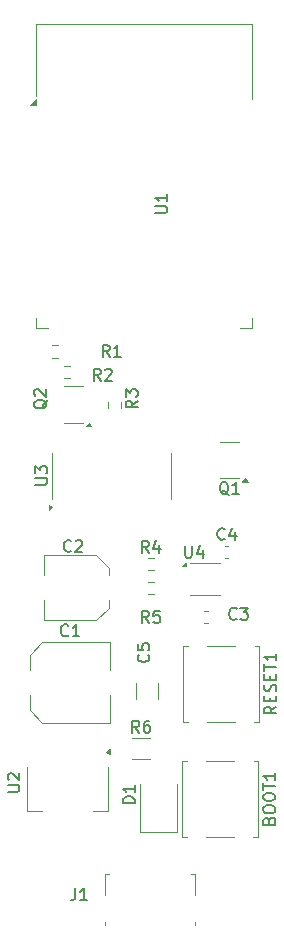
<source format=gbr>
%TF.GenerationSoftware,KiCad,Pcbnew,8.0.5*%
%TF.CreationDate,2024-11-01T20:02:56+05:30*%
%TF.ProjectId,ESP32 with sensor,45535033-3220-4776-9974-682073656e73,rev?*%
%TF.SameCoordinates,Original*%
%TF.FileFunction,Legend,Top*%
%TF.FilePolarity,Positive*%
%FSLAX46Y46*%
G04 Gerber Fmt 4.6, Leading zero omitted, Abs format (unit mm)*
G04 Created by KiCad (PCBNEW 8.0.5) date 2024-11-01 20:02:56*
%MOMM*%
%LPD*%
G01*
G04 APERTURE LIST*
%ADD10C,0.150000*%
%ADD11C,0.120000*%
G04 APERTURE END LIST*
D10*
X127951213Y-133822699D02*
X127617880Y-133346508D01*
X127379785Y-133822699D02*
X127379785Y-132822699D01*
X127379785Y-132822699D02*
X127760737Y-132822699D01*
X127760737Y-132822699D02*
X127855975Y-132870318D01*
X127855975Y-132870318D02*
X127903594Y-132917937D01*
X127903594Y-132917937D02*
X127951213Y-133013175D01*
X127951213Y-133013175D02*
X127951213Y-133156032D01*
X127951213Y-133156032D02*
X127903594Y-133251270D01*
X127903594Y-133251270D02*
X127855975Y-133298889D01*
X127855975Y-133298889D02*
X127760737Y-133346508D01*
X127760737Y-133346508D02*
X127379785Y-133346508D01*
X128903594Y-133822699D02*
X128332166Y-133822699D01*
X128617880Y-133822699D02*
X128617880Y-132822699D01*
X128617880Y-132822699D02*
X128522642Y-132965556D01*
X128522642Y-132965556D02*
X128427404Y-133060794D01*
X128427404Y-133060794D02*
X128332166Y-133108413D01*
X127201213Y-135822699D02*
X126867880Y-135346508D01*
X126629785Y-135822699D02*
X126629785Y-134822699D01*
X126629785Y-134822699D02*
X127010737Y-134822699D01*
X127010737Y-134822699D02*
X127105975Y-134870318D01*
X127105975Y-134870318D02*
X127153594Y-134917937D01*
X127153594Y-134917937D02*
X127201213Y-135013175D01*
X127201213Y-135013175D02*
X127201213Y-135156032D01*
X127201213Y-135156032D02*
X127153594Y-135251270D01*
X127153594Y-135251270D02*
X127105975Y-135298889D01*
X127105975Y-135298889D02*
X127010737Y-135346508D01*
X127010737Y-135346508D02*
X126629785Y-135346508D01*
X127582166Y-134917937D02*
X127629785Y-134870318D01*
X127629785Y-134870318D02*
X127725023Y-134822699D01*
X127725023Y-134822699D02*
X127963118Y-134822699D01*
X127963118Y-134822699D02*
X128058356Y-134870318D01*
X128058356Y-134870318D02*
X128105975Y-134917937D01*
X128105975Y-134917937D02*
X128153594Y-135013175D01*
X128153594Y-135013175D02*
X128153594Y-135108413D01*
X128153594Y-135108413D02*
X128105975Y-135251270D01*
X128105975Y-135251270D02*
X127534547Y-135822699D01*
X127534547Y-135822699D02*
X128153594Y-135822699D01*
X138022641Y-145495437D02*
X137927403Y-145447818D01*
X137927403Y-145447818D02*
X137832165Y-145352580D01*
X137832165Y-145352580D02*
X137689308Y-145209722D01*
X137689308Y-145209722D02*
X137594070Y-145162103D01*
X137594070Y-145162103D02*
X137498832Y-145162103D01*
X137546451Y-145400199D02*
X137451213Y-145352580D01*
X137451213Y-145352580D02*
X137355975Y-145257341D01*
X137355975Y-145257341D02*
X137308356Y-145066865D01*
X137308356Y-145066865D02*
X137308356Y-144733532D01*
X137308356Y-144733532D02*
X137355975Y-144543056D01*
X137355975Y-144543056D02*
X137451213Y-144447818D01*
X137451213Y-144447818D02*
X137546451Y-144400199D01*
X137546451Y-144400199D02*
X137736927Y-144400199D01*
X137736927Y-144400199D02*
X137832165Y-144447818D01*
X137832165Y-144447818D02*
X137927403Y-144543056D01*
X137927403Y-144543056D02*
X137975022Y-144733532D01*
X137975022Y-144733532D02*
X137975022Y-145066865D01*
X137975022Y-145066865D02*
X137927403Y-145257341D01*
X137927403Y-145257341D02*
X137832165Y-145352580D01*
X137832165Y-145352580D02*
X137736927Y-145400199D01*
X137736927Y-145400199D02*
X137546451Y-145400199D01*
X138927403Y-145400199D02*
X138355975Y-145400199D01*
X138641689Y-145400199D02*
X138641689Y-144400199D01*
X138641689Y-144400199D02*
X138546451Y-144543056D01*
X138546451Y-144543056D02*
X138451213Y-144638294D01*
X138451213Y-144638294D02*
X138355975Y-144685913D01*
X124701213Y-150227460D02*
X124653594Y-150275080D01*
X124653594Y-150275080D02*
X124510737Y-150322699D01*
X124510737Y-150322699D02*
X124415499Y-150322699D01*
X124415499Y-150322699D02*
X124272642Y-150275080D01*
X124272642Y-150275080D02*
X124177404Y-150179841D01*
X124177404Y-150179841D02*
X124129785Y-150084603D01*
X124129785Y-150084603D02*
X124082166Y-149894127D01*
X124082166Y-149894127D02*
X124082166Y-149751270D01*
X124082166Y-149751270D02*
X124129785Y-149560794D01*
X124129785Y-149560794D02*
X124177404Y-149465556D01*
X124177404Y-149465556D02*
X124272642Y-149370318D01*
X124272642Y-149370318D02*
X124415499Y-149322699D01*
X124415499Y-149322699D02*
X124510737Y-149322699D01*
X124510737Y-149322699D02*
X124653594Y-149370318D01*
X124653594Y-149370318D02*
X124701213Y-149417937D01*
X125082166Y-149417937D02*
X125129785Y-149370318D01*
X125129785Y-149370318D02*
X125225023Y-149322699D01*
X125225023Y-149322699D02*
X125463118Y-149322699D01*
X125463118Y-149322699D02*
X125558356Y-149370318D01*
X125558356Y-149370318D02*
X125605975Y-149417937D01*
X125605975Y-149417937D02*
X125653594Y-149513175D01*
X125653594Y-149513175D02*
X125653594Y-149608413D01*
X125653594Y-149608413D02*
X125605975Y-149751270D01*
X125605975Y-149751270D02*
X125034547Y-150322699D01*
X125034547Y-150322699D02*
X125653594Y-150322699D01*
X138701213Y-155977460D02*
X138653594Y-156025080D01*
X138653594Y-156025080D02*
X138510737Y-156072699D01*
X138510737Y-156072699D02*
X138415499Y-156072699D01*
X138415499Y-156072699D02*
X138272642Y-156025080D01*
X138272642Y-156025080D02*
X138177404Y-155929841D01*
X138177404Y-155929841D02*
X138129785Y-155834603D01*
X138129785Y-155834603D02*
X138082166Y-155644127D01*
X138082166Y-155644127D02*
X138082166Y-155501270D01*
X138082166Y-155501270D02*
X138129785Y-155310794D01*
X138129785Y-155310794D02*
X138177404Y-155215556D01*
X138177404Y-155215556D02*
X138272642Y-155120318D01*
X138272642Y-155120318D02*
X138415499Y-155072699D01*
X138415499Y-155072699D02*
X138510737Y-155072699D01*
X138510737Y-155072699D02*
X138653594Y-155120318D01*
X138653594Y-155120318D02*
X138701213Y-155167937D01*
X139034547Y-155072699D02*
X139653594Y-155072699D01*
X139653594Y-155072699D02*
X139320261Y-155453651D01*
X139320261Y-155453651D02*
X139463118Y-155453651D01*
X139463118Y-155453651D02*
X139558356Y-155501270D01*
X139558356Y-155501270D02*
X139605975Y-155548889D01*
X139605975Y-155548889D02*
X139653594Y-155644127D01*
X139653594Y-155644127D02*
X139653594Y-155882222D01*
X139653594Y-155882222D02*
X139605975Y-155977460D01*
X139605975Y-155977460D02*
X139558356Y-156025080D01*
X139558356Y-156025080D02*
X139463118Y-156072699D01*
X139463118Y-156072699D02*
X139177404Y-156072699D01*
X139177404Y-156072699D02*
X139082166Y-156025080D01*
X139082166Y-156025080D02*
X139034547Y-155977460D01*
X121672699Y-144629784D02*
X122482222Y-144629784D01*
X122482222Y-144629784D02*
X122577460Y-144582165D01*
X122577460Y-144582165D02*
X122625080Y-144534546D01*
X122625080Y-144534546D02*
X122672699Y-144439308D01*
X122672699Y-144439308D02*
X122672699Y-144248832D01*
X122672699Y-144248832D02*
X122625080Y-144153594D01*
X122625080Y-144153594D02*
X122577460Y-144105975D01*
X122577460Y-144105975D02*
X122482222Y-144058356D01*
X122482222Y-144058356D02*
X121672699Y-144058356D01*
X121672699Y-143677403D02*
X121672699Y-143058356D01*
X121672699Y-143058356D02*
X122053651Y-143391689D01*
X122053651Y-143391689D02*
X122053651Y-143248832D01*
X122053651Y-143248832D02*
X122101270Y-143153594D01*
X122101270Y-143153594D02*
X122148889Y-143105975D01*
X122148889Y-143105975D02*
X122244127Y-143058356D01*
X122244127Y-143058356D02*
X122482222Y-143058356D01*
X122482222Y-143058356D02*
X122577460Y-143105975D01*
X122577460Y-143105975D02*
X122625080Y-143153594D01*
X122625080Y-143153594D02*
X122672699Y-143248832D01*
X122672699Y-143248832D02*
X122672699Y-143534546D01*
X122672699Y-143534546D02*
X122625080Y-143629784D01*
X122625080Y-143629784D02*
X122577460Y-143677403D01*
X125034546Y-178822699D02*
X125034546Y-179536984D01*
X125034546Y-179536984D02*
X124986927Y-179679841D01*
X124986927Y-179679841D02*
X124891689Y-179775080D01*
X124891689Y-179775080D02*
X124748832Y-179822699D01*
X124748832Y-179822699D02*
X124653594Y-179822699D01*
X126034546Y-179822699D02*
X125463118Y-179822699D01*
X125748832Y-179822699D02*
X125748832Y-178822699D01*
X125748832Y-178822699D02*
X125653594Y-178965556D01*
X125653594Y-178965556D02*
X125558356Y-179060794D01*
X125558356Y-179060794D02*
X125463118Y-179108413D01*
X142062699Y-163426451D02*
X141586508Y-163759784D01*
X142062699Y-163997879D02*
X141062699Y-163997879D01*
X141062699Y-163997879D02*
X141062699Y-163616927D01*
X141062699Y-163616927D02*
X141110318Y-163521689D01*
X141110318Y-163521689D02*
X141157937Y-163474070D01*
X141157937Y-163474070D02*
X141253175Y-163426451D01*
X141253175Y-163426451D02*
X141396032Y-163426451D01*
X141396032Y-163426451D02*
X141491270Y-163474070D01*
X141491270Y-163474070D02*
X141538889Y-163521689D01*
X141538889Y-163521689D02*
X141586508Y-163616927D01*
X141586508Y-163616927D02*
X141586508Y-163997879D01*
X141538889Y-162997879D02*
X141538889Y-162664546D01*
X142062699Y-162521689D02*
X142062699Y-162997879D01*
X142062699Y-162997879D02*
X141062699Y-162997879D01*
X141062699Y-162997879D02*
X141062699Y-162521689D01*
X142015080Y-162140736D02*
X142062699Y-161997879D01*
X142062699Y-161997879D02*
X142062699Y-161759784D01*
X142062699Y-161759784D02*
X142015080Y-161664546D01*
X142015080Y-161664546D02*
X141967460Y-161616927D01*
X141967460Y-161616927D02*
X141872222Y-161569308D01*
X141872222Y-161569308D02*
X141776984Y-161569308D01*
X141776984Y-161569308D02*
X141681746Y-161616927D01*
X141681746Y-161616927D02*
X141634127Y-161664546D01*
X141634127Y-161664546D02*
X141586508Y-161759784D01*
X141586508Y-161759784D02*
X141538889Y-161950260D01*
X141538889Y-161950260D02*
X141491270Y-162045498D01*
X141491270Y-162045498D02*
X141443651Y-162093117D01*
X141443651Y-162093117D02*
X141348413Y-162140736D01*
X141348413Y-162140736D02*
X141253175Y-162140736D01*
X141253175Y-162140736D02*
X141157937Y-162093117D01*
X141157937Y-162093117D02*
X141110318Y-162045498D01*
X141110318Y-162045498D02*
X141062699Y-161950260D01*
X141062699Y-161950260D02*
X141062699Y-161712165D01*
X141062699Y-161712165D02*
X141110318Y-161569308D01*
X141538889Y-161140736D02*
X141538889Y-160807403D01*
X142062699Y-160664546D02*
X142062699Y-161140736D01*
X142062699Y-161140736D02*
X141062699Y-161140736D01*
X141062699Y-161140736D02*
X141062699Y-160664546D01*
X141062699Y-160378831D02*
X141062699Y-159807403D01*
X142062699Y-160093117D02*
X141062699Y-160093117D01*
X142062699Y-158950260D02*
X142062699Y-159521688D01*
X142062699Y-159235974D02*
X141062699Y-159235974D01*
X141062699Y-159235974D02*
X141205556Y-159331212D01*
X141205556Y-159331212D02*
X141300794Y-159426450D01*
X141300794Y-159426450D02*
X141348413Y-159521688D01*
X130322699Y-137534546D02*
X129846508Y-137867879D01*
X130322699Y-138105974D02*
X129322699Y-138105974D01*
X129322699Y-138105974D02*
X129322699Y-137725022D01*
X129322699Y-137725022D02*
X129370318Y-137629784D01*
X129370318Y-137629784D02*
X129417937Y-137582165D01*
X129417937Y-137582165D02*
X129513175Y-137534546D01*
X129513175Y-137534546D02*
X129656032Y-137534546D01*
X129656032Y-137534546D02*
X129751270Y-137582165D01*
X129751270Y-137582165D02*
X129798889Y-137629784D01*
X129798889Y-137629784D02*
X129846508Y-137725022D01*
X129846508Y-137725022D02*
X129846508Y-138105974D01*
X129322699Y-137201212D02*
X129322699Y-136582165D01*
X129322699Y-136582165D02*
X129703651Y-136915498D01*
X129703651Y-136915498D02*
X129703651Y-136772641D01*
X129703651Y-136772641D02*
X129751270Y-136677403D01*
X129751270Y-136677403D02*
X129798889Y-136629784D01*
X129798889Y-136629784D02*
X129894127Y-136582165D01*
X129894127Y-136582165D02*
X130132222Y-136582165D01*
X130132222Y-136582165D02*
X130227460Y-136629784D01*
X130227460Y-136629784D02*
X130275080Y-136677403D01*
X130275080Y-136677403D02*
X130322699Y-136772641D01*
X130322699Y-136772641D02*
X130322699Y-137058355D01*
X130322699Y-137058355D02*
X130275080Y-137153593D01*
X130275080Y-137153593D02*
X130227460Y-137201212D01*
X122667937Y-137463118D02*
X122620318Y-137558356D01*
X122620318Y-137558356D02*
X122525080Y-137653594D01*
X122525080Y-137653594D02*
X122382222Y-137796451D01*
X122382222Y-137796451D02*
X122334603Y-137891689D01*
X122334603Y-137891689D02*
X122334603Y-137986927D01*
X122572699Y-137939308D02*
X122525080Y-138034546D01*
X122525080Y-138034546D02*
X122429841Y-138129784D01*
X122429841Y-138129784D02*
X122239365Y-138177403D01*
X122239365Y-138177403D02*
X121906032Y-138177403D01*
X121906032Y-138177403D02*
X121715556Y-138129784D01*
X121715556Y-138129784D02*
X121620318Y-138034546D01*
X121620318Y-138034546D02*
X121572699Y-137939308D01*
X121572699Y-137939308D02*
X121572699Y-137748832D01*
X121572699Y-137748832D02*
X121620318Y-137653594D01*
X121620318Y-137653594D02*
X121715556Y-137558356D01*
X121715556Y-137558356D02*
X121906032Y-137510737D01*
X121906032Y-137510737D02*
X122239365Y-137510737D01*
X122239365Y-137510737D02*
X122429841Y-137558356D01*
X122429841Y-137558356D02*
X122525080Y-137653594D01*
X122525080Y-137653594D02*
X122572699Y-137748832D01*
X122572699Y-137748832D02*
X122572699Y-137939308D01*
X121667937Y-137129784D02*
X121620318Y-137082165D01*
X121620318Y-137082165D02*
X121572699Y-136986927D01*
X121572699Y-136986927D02*
X121572699Y-136748832D01*
X121572699Y-136748832D02*
X121620318Y-136653594D01*
X121620318Y-136653594D02*
X121667937Y-136605975D01*
X121667937Y-136605975D02*
X121763175Y-136558356D01*
X121763175Y-136558356D02*
X121858413Y-136558356D01*
X121858413Y-136558356D02*
X122001270Y-136605975D01*
X122001270Y-136605975D02*
X122572699Y-137177403D01*
X122572699Y-137177403D02*
X122572699Y-136558356D01*
X131227460Y-159034546D02*
X131275080Y-159082165D01*
X131275080Y-159082165D02*
X131322699Y-159225022D01*
X131322699Y-159225022D02*
X131322699Y-159320260D01*
X131322699Y-159320260D02*
X131275080Y-159463117D01*
X131275080Y-159463117D02*
X131179841Y-159558355D01*
X131179841Y-159558355D02*
X131084603Y-159605974D01*
X131084603Y-159605974D02*
X130894127Y-159653593D01*
X130894127Y-159653593D02*
X130751270Y-159653593D01*
X130751270Y-159653593D02*
X130560794Y-159605974D01*
X130560794Y-159605974D02*
X130465556Y-159558355D01*
X130465556Y-159558355D02*
X130370318Y-159463117D01*
X130370318Y-159463117D02*
X130322699Y-159320260D01*
X130322699Y-159320260D02*
X130322699Y-159225022D01*
X130322699Y-159225022D02*
X130370318Y-159082165D01*
X130370318Y-159082165D02*
X130417937Y-159034546D01*
X130322699Y-158129784D02*
X130322699Y-158605974D01*
X130322699Y-158605974D02*
X130798889Y-158653593D01*
X130798889Y-158653593D02*
X130751270Y-158605974D01*
X130751270Y-158605974D02*
X130703651Y-158510736D01*
X130703651Y-158510736D02*
X130703651Y-158272641D01*
X130703651Y-158272641D02*
X130751270Y-158177403D01*
X130751270Y-158177403D02*
X130798889Y-158129784D01*
X130798889Y-158129784D02*
X130894127Y-158082165D01*
X130894127Y-158082165D02*
X131132222Y-158082165D01*
X131132222Y-158082165D02*
X131227460Y-158129784D01*
X131227460Y-158129784D02*
X131275080Y-158177403D01*
X131275080Y-158177403D02*
X131322699Y-158272641D01*
X131322699Y-158272641D02*
X131322699Y-158510736D01*
X131322699Y-158510736D02*
X131275080Y-158605974D01*
X131275080Y-158605974D02*
X131227460Y-158653593D01*
X134355975Y-149822699D02*
X134355975Y-150632222D01*
X134355975Y-150632222D02*
X134403594Y-150727460D01*
X134403594Y-150727460D02*
X134451213Y-150775080D01*
X134451213Y-150775080D02*
X134546451Y-150822699D01*
X134546451Y-150822699D02*
X134736927Y-150822699D01*
X134736927Y-150822699D02*
X134832165Y-150775080D01*
X134832165Y-150775080D02*
X134879784Y-150727460D01*
X134879784Y-150727460D02*
X134927403Y-150632222D01*
X134927403Y-150632222D02*
X134927403Y-149822699D01*
X135832165Y-150156032D02*
X135832165Y-150822699D01*
X135594070Y-149775080D02*
X135355975Y-150489365D01*
X135355975Y-150489365D02*
X135975022Y-150489365D01*
X130451213Y-165632699D02*
X130117880Y-165156508D01*
X129879785Y-165632699D02*
X129879785Y-164632699D01*
X129879785Y-164632699D02*
X130260737Y-164632699D01*
X130260737Y-164632699D02*
X130355975Y-164680318D01*
X130355975Y-164680318D02*
X130403594Y-164727937D01*
X130403594Y-164727937D02*
X130451213Y-164823175D01*
X130451213Y-164823175D02*
X130451213Y-164966032D01*
X130451213Y-164966032D02*
X130403594Y-165061270D01*
X130403594Y-165061270D02*
X130355975Y-165108889D01*
X130355975Y-165108889D02*
X130260737Y-165156508D01*
X130260737Y-165156508D02*
X129879785Y-165156508D01*
X131308356Y-164632699D02*
X131117880Y-164632699D01*
X131117880Y-164632699D02*
X131022642Y-164680318D01*
X131022642Y-164680318D02*
X130975023Y-164727937D01*
X130975023Y-164727937D02*
X130879785Y-164870794D01*
X130879785Y-164870794D02*
X130832166Y-165061270D01*
X130832166Y-165061270D02*
X130832166Y-165442222D01*
X130832166Y-165442222D02*
X130879785Y-165537460D01*
X130879785Y-165537460D02*
X130927404Y-165585080D01*
X130927404Y-165585080D02*
X131022642Y-165632699D01*
X131022642Y-165632699D02*
X131213118Y-165632699D01*
X131213118Y-165632699D02*
X131308356Y-165585080D01*
X131308356Y-165585080D02*
X131355975Y-165537460D01*
X131355975Y-165537460D02*
X131403594Y-165442222D01*
X131403594Y-165442222D02*
X131403594Y-165204127D01*
X131403594Y-165204127D02*
X131355975Y-165108889D01*
X131355975Y-165108889D02*
X131308356Y-165061270D01*
X131308356Y-165061270D02*
X131213118Y-165013651D01*
X131213118Y-165013651D02*
X131022642Y-165013651D01*
X131022642Y-165013651D02*
X130927404Y-165061270D01*
X130927404Y-165061270D02*
X130879785Y-165108889D01*
X130879785Y-165108889D02*
X130832166Y-165204127D01*
X141448964Y-173081213D02*
X141496583Y-172938356D01*
X141496583Y-172938356D02*
X141544202Y-172890737D01*
X141544202Y-172890737D02*
X141639440Y-172843118D01*
X141639440Y-172843118D02*
X141782297Y-172843118D01*
X141782297Y-172843118D02*
X141877535Y-172890737D01*
X141877535Y-172890737D02*
X141925155Y-172938356D01*
X141925155Y-172938356D02*
X141972774Y-173033594D01*
X141972774Y-173033594D02*
X141972774Y-173414546D01*
X141972774Y-173414546D02*
X140972774Y-173414546D01*
X140972774Y-173414546D02*
X140972774Y-173081213D01*
X140972774Y-173081213D02*
X141020393Y-172985975D01*
X141020393Y-172985975D02*
X141068012Y-172938356D01*
X141068012Y-172938356D02*
X141163250Y-172890737D01*
X141163250Y-172890737D02*
X141258488Y-172890737D01*
X141258488Y-172890737D02*
X141353726Y-172938356D01*
X141353726Y-172938356D02*
X141401345Y-172985975D01*
X141401345Y-172985975D02*
X141448964Y-173081213D01*
X141448964Y-173081213D02*
X141448964Y-173414546D01*
X140972774Y-172224070D02*
X140972774Y-172033594D01*
X140972774Y-172033594D02*
X141020393Y-171938356D01*
X141020393Y-171938356D02*
X141115631Y-171843118D01*
X141115631Y-171843118D02*
X141306107Y-171795499D01*
X141306107Y-171795499D02*
X141639440Y-171795499D01*
X141639440Y-171795499D02*
X141829916Y-171843118D01*
X141829916Y-171843118D02*
X141925155Y-171938356D01*
X141925155Y-171938356D02*
X141972774Y-172033594D01*
X141972774Y-172033594D02*
X141972774Y-172224070D01*
X141972774Y-172224070D02*
X141925155Y-172319308D01*
X141925155Y-172319308D02*
X141829916Y-172414546D01*
X141829916Y-172414546D02*
X141639440Y-172462165D01*
X141639440Y-172462165D02*
X141306107Y-172462165D01*
X141306107Y-172462165D02*
X141115631Y-172414546D01*
X141115631Y-172414546D02*
X141020393Y-172319308D01*
X141020393Y-172319308D02*
X140972774Y-172224070D01*
X140972774Y-171176451D02*
X140972774Y-170985975D01*
X140972774Y-170985975D02*
X141020393Y-170890737D01*
X141020393Y-170890737D02*
X141115631Y-170795499D01*
X141115631Y-170795499D02*
X141306107Y-170747880D01*
X141306107Y-170747880D02*
X141639440Y-170747880D01*
X141639440Y-170747880D02*
X141829916Y-170795499D01*
X141829916Y-170795499D02*
X141925155Y-170890737D01*
X141925155Y-170890737D02*
X141972774Y-170985975D01*
X141972774Y-170985975D02*
X141972774Y-171176451D01*
X141972774Y-171176451D02*
X141925155Y-171271689D01*
X141925155Y-171271689D02*
X141829916Y-171366927D01*
X141829916Y-171366927D02*
X141639440Y-171414546D01*
X141639440Y-171414546D02*
X141306107Y-171414546D01*
X141306107Y-171414546D02*
X141115631Y-171366927D01*
X141115631Y-171366927D02*
X141020393Y-171271689D01*
X141020393Y-171271689D02*
X140972774Y-171176451D01*
X140972774Y-170462165D02*
X140972774Y-169890737D01*
X141972774Y-170176451D02*
X140972774Y-170176451D01*
X141972774Y-169033594D02*
X141972774Y-169605022D01*
X141972774Y-169319308D02*
X140972774Y-169319308D01*
X140972774Y-169319308D02*
X141115631Y-169414546D01*
X141115631Y-169414546D02*
X141210869Y-169509784D01*
X141210869Y-169509784D02*
X141258488Y-169605022D01*
X131288713Y-156322699D02*
X130955380Y-155846508D01*
X130717285Y-156322699D02*
X130717285Y-155322699D01*
X130717285Y-155322699D02*
X131098237Y-155322699D01*
X131098237Y-155322699D02*
X131193475Y-155370318D01*
X131193475Y-155370318D02*
X131241094Y-155417937D01*
X131241094Y-155417937D02*
X131288713Y-155513175D01*
X131288713Y-155513175D02*
X131288713Y-155656032D01*
X131288713Y-155656032D02*
X131241094Y-155751270D01*
X131241094Y-155751270D02*
X131193475Y-155798889D01*
X131193475Y-155798889D02*
X131098237Y-155846508D01*
X131098237Y-155846508D02*
X130717285Y-155846508D01*
X132193475Y-155322699D02*
X131717285Y-155322699D01*
X131717285Y-155322699D02*
X131669666Y-155798889D01*
X131669666Y-155798889D02*
X131717285Y-155751270D01*
X131717285Y-155751270D02*
X131812523Y-155703651D01*
X131812523Y-155703651D02*
X132050618Y-155703651D01*
X132050618Y-155703651D02*
X132145856Y-155751270D01*
X132145856Y-155751270D02*
X132193475Y-155798889D01*
X132193475Y-155798889D02*
X132241094Y-155894127D01*
X132241094Y-155894127D02*
X132241094Y-156132222D01*
X132241094Y-156132222D02*
X132193475Y-156227460D01*
X132193475Y-156227460D02*
X132145856Y-156275080D01*
X132145856Y-156275080D02*
X132050618Y-156322699D01*
X132050618Y-156322699D02*
X131812523Y-156322699D01*
X131812523Y-156322699D02*
X131717285Y-156275080D01*
X131717285Y-156275080D02*
X131669666Y-156227460D01*
X119322699Y-170629784D02*
X120132222Y-170629784D01*
X120132222Y-170629784D02*
X120227460Y-170582165D01*
X120227460Y-170582165D02*
X120275080Y-170534546D01*
X120275080Y-170534546D02*
X120322699Y-170439308D01*
X120322699Y-170439308D02*
X120322699Y-170248832D01*
X120322699Y-170248832D02*
X120275080Y-170153594D01*
X120275080Y-170153594D02*
X120227460Y-170105975D01*
X120227460Y-170105975D02*
X120132222Y-170058356D01*
X120132222Y-170058356D02*
X119322699Y-170058356D01*
X119417937Y-169629784D02*
X119370318Y-169582165D01*
X119370318Y-169582165D02*
X119322699Y-169486927D01*
X119322699Y-169486927D02*
X119322699Y-169248832D01*
X119322699Y-169248832D02*
X119370318Y-169153594D01*
X119370318Y-169153594D02*
X119417937Y-169105975D01*
X119417937Y-169105975D02*
X119513175Y-169058356D01*
X119513175Y-169058356D02*
X119608413Y-169058356D01*
X119608413Y-169058356D02*
X119751270Y-169105975D01*
X119751270Y-169105975D02*
X120322699Y-169677403D01*
X120322699Y-169677403D02*
X120322699Y-169058356D01*
X131288713Y-150392699D02*
X130955380Y-149916508D01*
X130717285Y-150392699D02*
X130717285Y-149392699D01*
X130717285Y-149392699D02*
X131098237Y-149392699D01*
X131098237Y-149392699D02*
X131193475Y-149440318D01*
X131193475Y-149440318D02*
X131241094Y-149487937D01*
X131241094Y-149487937D02*
X131288713Y-149583175D01*
X131288713Y-149583175D02*
X131288713Y-149726032D01*
X131288713Y-149726032D02*
X131241094Y-149821270D01*
X131241094Y-149821270D02*
X131193475Y-149868889D01*
X131193475Y-149868889D02*
X131098237Y-149916508D01*
X131098237Y-149916508D02*
X130717285Y-149916508D01*
X132145856Y-149726032D02*
X132145856Y-150392699D01*
X131907761Y-149345080D02*
X131669666Y-150059365D01*
X131669666Y-150059365D02*
X132288713Y-150059365D01*
X130072699Y-171605974D02*
X129072699Y-171605974D01*
X129072699Y-171605974D02*
X129072699Y-171367879D01*
X129072699Y-171367879D02*
X129120318Y-171225022D01*
X129120318Y-171225022D02*
X129215556Y-171129784D01*
X129215556Y-171129784D02*
X129310794Y-171082165D01*
X129310794Y-171082165D02*
X129501270Y-171034546D01*
X129501270Y-171034546D02*
X129644127Y-171034546D01*
X129644127Y-171034546D02*
X129834603Y-171082165D01*
X129834603Y-171082165D02*
X129929841Y-171129784D01*
X129929841Y-171129784D02*
X130025080Y-171225022D01*
X130025080Y-171225022D02*
X130072699Y-171367879D01*
X130072699Y-171367879D02*
X130072699Y-171605974D01*
X130072699Y-170082165D02*
X130072699Y-170653593D01*
X130072699Y-170367879D02*
X129072699Y-170367879D01*
X129072699Y-170367879D02*
X129215556Y-170463117D01*
X129215556Y-170463117D02*
X129310794Y-170558355D01*
X129310794Y-170558355D02*
X129358413Y-170653593D01*
X124451213Y-157377460D02*
X124403594Y-157425080D01*
X124403594Y-157425080D02*
X124260737Y-157472699D01*
X124260737Y-157472699D02*
X124165499Y-157472699D01*
X124165499Y-157472699D02*
X124022642Y-157425080D01*
X124022642Y-157425080D02*
X123927404Y-157329841D01*
X123927404Y-157329841D02*
X123879785Y-157234603D01*
X123879785Y-157234603D02*
X123832166Y-157044127D01*
X123832166Y-157044127D02*
X123832166Y-156901270D01*
X123832166Y-156901270D02*
X123879785Y-156710794D01*
X123879785Y-156710794D02*
X123927404Y-156615556D01*
X123927404Y-156615556D02*
X124022642Y-156520318D01*
X124022642Y-156520318D02*
X124165499Y-156472699D01*
X124165499Y-156472699D02*
X124260737Y-156472699D01*
X124260737Y-156472699D02*
X124403594Y-156520318D01*
X124403594Y-156520318D02*
X124451213Y-156567937D01*
X125403594Y-157472699D02*
X124832166Y-157472699D01*
X125117880Y-157472699D02*
X125117880Y-156472699D01*
X125117880Y-156472699D02*
X125022642Y-156615556D01*
X125022642Y-156615556D02*
X124927404Y-156710794D01*
X124927404Y-156710794D02*
X124832166Y-156758413D01*
X131822699Y-121629784D02*
X132632222Y-121629784D01*
X132632222Y-121629784D02*
X132727460Y-121582165D01*
X132727460Y-121582165D02*
X132775080Y-121534546D01*
X132775080Y-121534546D02*
X132822699Y-121439308D01*
X132822699Y-121439308D02*
X132822699Y-121248832D01*
X132822699Y-121248832D02*
X132775080Y-121153594D01*
X132775080Y-121153594D02*
X132727460Y-121105975D01*
X132727460Y-121105975D02*
X132632222Y-121058356D01*
X132632222Y-121058356D02*
X131822699Y-121058356D01*
X132822699Y-120058356D02*
X132822699Y-120629784D01*
X132822699Y-120344070D02*
X131822699Y-120344070D01*
X131822699Y-120344070D02*
X131965556Y-120439308D01*
X131965556Y-120439308D02*
X132060794Y-120534546D01*
X132060794Y-120534546D02*
X132108413Y-120629784D01*
X137701213Y-149227460D02*
X137653594Y-149275080D01*
X137653594Y-149275080D02*
X137510737Y-149322699D01*
X137510737Y-149322699D02*
X137415499Y-149322699D01*
X137415499Y-149322699D02*
X137272642Y-149275080D01*
X137272642Y-149275080D02*
X137177404Y-149179841D01*
X137177404Y-149179841D02*
X137129785Y-149084603D01*
X137129785Y-149084603D02*
X137082166Y-148894127D01*
X137082166Y-148894127D02*
X137082166Y-148751270D01*
X137082166Y-148751270D02*
X137129785Y-148560794D01*
X137129785Y-148560794D02*
X137177404Y-148465556D01*
X137177404Y-148465556D02*
X137272642Y-148370318D01*
X137272642Y-148370318D02*
X137415499Y-148322699D01*
X137415499Y-148322699D02*
X137510737Y-148322699D01*
X137510737Y-148322699D02*
X137653594Y-148370318D01*
X137653594Y-148370318D02*
X137701213Y-148417937D01*
X138558356Y-148656032D02*
X138558356Y-149322699D01*
X138320261Y-148275080D02*
X138082166Y-148989365D01*
X138082166Y-148989365D02*
X138701213Y-148989365D01*
D11*
%TO.C,R1*%
X123113156Y-132845380D02*
X123622604Y-132845380D01*
X123113156Y-133890380D02*
X123622604Y-133890380D01*
%TO.C,R2*%
X124113156Y-134595380D02*
X124622604Y-134595380D01*
X124113156Y-135640380D02*
X124622604Y-135640380D01*
%TO.C,Q1*%
X138117880Y-140985380D02*
X137317880Y-140985380D01*
X138117880Y-140985380D02*
X138917880Y-140985380D01*
X138117880Y-144105380D02*
X137317880Y-144105380D01*
X138117880Y-144105380D02*
X138917880Y-144105380D01*
X139657880Y-144385380D02*
X139177880Y-144385380D01*
X139417880Y-144055380D01*
X139657880Y-144385380D01*
G36*
X139657880Y-144385380D02*
G01*
X139177880Y-144385380D01*
X139417880Y-144055380D01*
X139657880Y-144385380D01*
G37*
%TO.C,C2*%
X122357880Y-150607880D02*
X122357880Y-152307880D01*
X122357880Y-156127880D02*
X122357880Y-154427880D01*
X126813443Y-150607880D02*
X122357880Y-150607880D01*
X126813443Y-156127880D02*
X122357880Y-156127880D01*
X127877880Y-151672317D02*
X126813443Y-150607880D01*
X127877880Y-151672317D02*
X127877880Y-152307880D01*
X127877880Y-155063443D02*
X126813443Y-156127880D01*
X127877880Y-155063443D02*
X127877880Y-154427880D01*
%TO.C,C3*%
X136264147Y-155357880D02*
X135971613Y-155357880D01*
X136264147Y-156377880D02*
X135971613Y-156377880D01*
%TO.C,U3*%
X123057880Y-143867880D02*
X123057880Y-141917880D01*
X123057880Y-143867880D02*
X123057880Y-145817880D01*
X133177880Y-143867880D02*
X133177880Y-141917880D01*
X133177880Y-143867880D02*
X133177880Y-145817880D01*
X123112880Y-146567880D02*
X122782880Y-146807880D01*
X122782880Y-146327880D01*
X123112880Y-146567880D01*
G36*
X123112880Y-146567880D02*
G01*
X122782880Y-146807880D01*
X122782880Y-146327880D01*
X123112880Y-146567880D01*
G37*
%TO.C,J1*%
X127564925Y-177587880D02*
X127944925Y-177587880D01*
X127564925Y-179357880D02*
X127564925Y-177587880D01*
X127564925Y-181897880D02*
X127564925Y-181637880D01*
X135184925Y-177587880D02*
X134804925Y-177587880D01*
X135184925Y-177587880D02*
X135184925Y-179357880D01*
X135184925Y-181637880D02*
X135184925Y-181897880D01*
%TO.C,RESET1*%
X134157880Y-158287880D02*
X134157880Y-164707880D01*
X134157880Y-164707880D02*
X134567880Y-164707880D01*
X134567880Y-158287880D02*
X134157880Y-158287880D01*
X136167880Y-164707880D02*
X138567880Y-164707880D01*
X138567880Y-158287880D02*
X136167880Y-158287880D01*
X140167880Y-164707880D02*
X140577880Y-164707880D01*
X140577880Y-158287880D02*
X140297880Y-158287880D01*
X140577880Y-164707880D02*
X140577880Y-158287880D01*
%TO.C,R3*%
X127845380Y-138122604D02*
X127845380Y-137613156D01*
X128890380Y-138122604D02*
X128890380Y-137613156D01*
%TO.C,Q2*%
X124867880Y-136307880D02*
X124067880Y-136307880D01*
X124867880Y-136307880D02*
X125667880Y-136307880D01*
X124867880Y-139427880D02*
X124067880Y-139427880D01*
X124867880Y-139427880D02*
X125667880Y-139427880D01*
X126407880Y-139707880D02*
X125927880Y-139707880D01*
X126167880Y-139377880D01*
X126407880Y-139707880D01*
G36*
X126407880Y-139707880D02*
G01*
X125927880Y-139707880D01*
X126167880Y-139377880D01*
X126407880Y-139707880D01*
G37*
%TO.C,C5*%
X130207880Y-161406628D02*
X130207880Y-162829132D01*
X132027880Y-161406628D02*
X132027880Y-162829132D01*
%TO.C,U4*%
X134792880Y-151257880D02*
X137292880Y-151257880D01*
X134792880Y-153977880D02*
X137292880Y-153977880D01*
X134392880Y-151567880D02*
X134112880Y-151567880D01*
X134392880Y-151287880D01*
X134392880Y-151567880D01*
G36*
X134392880Y-151567880D02*
G01*
X134112880Y-151567880D01*
X134392880Y-151287880D01*
X134392880Y-151567880D01*
G37*
%TO.C,R6*%
X129890816Y-166087880D02*
X131344944Y-166087880D01*
X129890816Y-167907880D02*
X131344944Y-167907880D01*
%TO.C,BOOT1*%
X134067955Y-168037880D02*
X134067955Y-174457880D01*
X134067955Y-174457880D02*
X134477955Y-174457880D01*
X134477955Y-168037880D02*
X134067955Y-168037880D01*
X136077955Y-174457880D02*
X138477955Y-174457880D01*
X138477955Y-168037880D02*
X136077955Y-168037880D01*
X140077955Y-174457880D02*
X140487955Y-174457880D01*
X140487955Y-168037880D02*
X140207955Y-168037880D01*
X140487955Y-174457880D02*
X140487955Y-168037880D01*
%TO.C,R5*%
X131200656Y-152845380D02*
X131710104Y-152845380D01*
X131200656Y-153890380D02*
X131710104Y-153890380D01*
%TO.C,U2*%
X120957880Y-168517880D02*
X120957880Y-172277880D01*
X120957880Y-172277880D02*
X122217880Y-172277880D01*
X127777880Y-168517880D02*
X127777880Y-172277880D01*
X127777880Y-172277880D02*
X126517880Y-172277880D01*
X128007880Y-167477880D02*
X127677880Y-167237880D01*
X128007880Y-166997880D01*
X128007880Y-167477880D01*
G36*
X128007880Y-167477880D02*
G01*
X127677880Y-167237880D01*
X128007880Y-166997880D01*
X128007880Y-167477880D01*
G37*
%TO.C,R4*%
X131200656Y-150845380D02*
X131710104Y-150845380D01*
X131200656Y-151890380D02*
X131710104Y-151890380D01*
%TO.C,D1*%
X130532880Y-170017880D02*
X130532880Y-174077880D01*
X130532880Y-174077880D02*
X133702880Y-174077880D01*
X133702880Y-174077880D02*
X133702880Y-170017880D01*
%TO.C,C1*%
X121207880Y-159022317D02*
X121207880Y-160307880D01*
X121207880Y-159022317D02*
X122272317Y-157957880D01*
X121207880Y-163713443D02*
X121207880Y-162427880D01*
X121207880Y-163713443D02*
X122272317Y-164777880D01*
X122272317Y-157957880D02*
X128027880Y-157957880D01*
X122272317Y-164777880D02*
X128027880Y-164777880D01*
X128027880Y-157957880D02*
X128027880Y-160307880D01*
X128027880Y-164777880D02*
X128027880Y-162427880D01*
%TO.C,U1*%
X121742880Y-112482880D02*
X121242880Y-112482880D01*
X121742880Y-111982880D01*
X121742880Y-112482880D01*
G36*
X121742880Y-112482880D02*
G01*
X121242880Y-112482880D01*
X121742880Y-111982880D01*
X121742880Y-112482880D01*
G37*
X139987880Y-131337880D02*
X138987880Y-131337880D01*
X139987880Y-130557880D02*
X139987880Y-131337880D01*
X139987880Y-105597880D02*
X139987880Y-112012880D01*
X121747880Y-131337880D02*
X122747880Y-131337880D01*
X121747880Y-130557880D02*
X121747880Y-131337880D01*
X121747880Y-105597880D02*
X139987880Y-105597880D01*
X121747880Y-105597880D02*
X121747880Y-111757880D01*
%TO.C,C4*%
X138014147Y-149857880D02*
X137721613Y-149857880D01*
X138014147Y-150877880D02*
X137721613Y-150877880D01*
%TD*%
M02*

</source>
